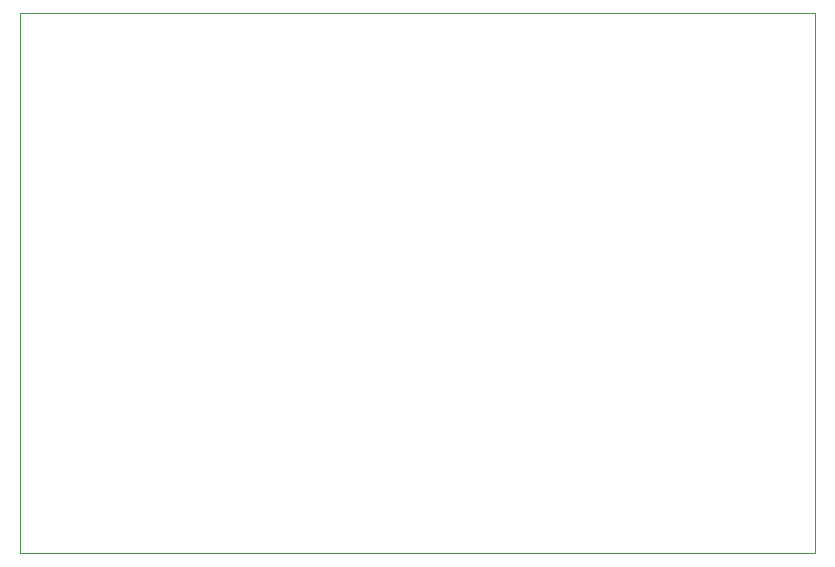
<source format=gbr>
G04 #@! TF.GenerationSoftware,KiCad,Pcbnew,(5.1.2)-2*
G04 #@! TF.CreationDate,2019-09-23T07:30:52-10:00*
G04 #@! TF.ProjectId,595N_7SEG,3539354e-5f37-4534-9547-2e6b69636164,rev?*
G04 #@! TF.SameCoordinates,Original*
G04 #@! TF.FileFunction,Profile,NP*
%FSLAX46Y46*%
G04 Gerber Fmt 4.6, Leading zero omitted, Abs format (unit mm)*
G04 Created by KiCad (PCBNEW (5.1.2)-2) date 2019-09-23 07:30:52*
%MOMM*%
%LPD*%
G04 APERTURE LIST*
%ADD10C,0.050000*%
G04 APERTURE END LIST*
D10*
X91440000Y-64770000D02*
X91440000Y-110490000D01*
X92710000Y-64770000D02*
X91440000Y-64770000D01*
X158750000Y-64770000D02*
X92710000Y-64770000D01*
X158750000Y-110490000D02*
X158750000Y-64770000D01*
X91440000Y-110490000D02*
X158750000Y-110490000D01*
M02*

</source>
